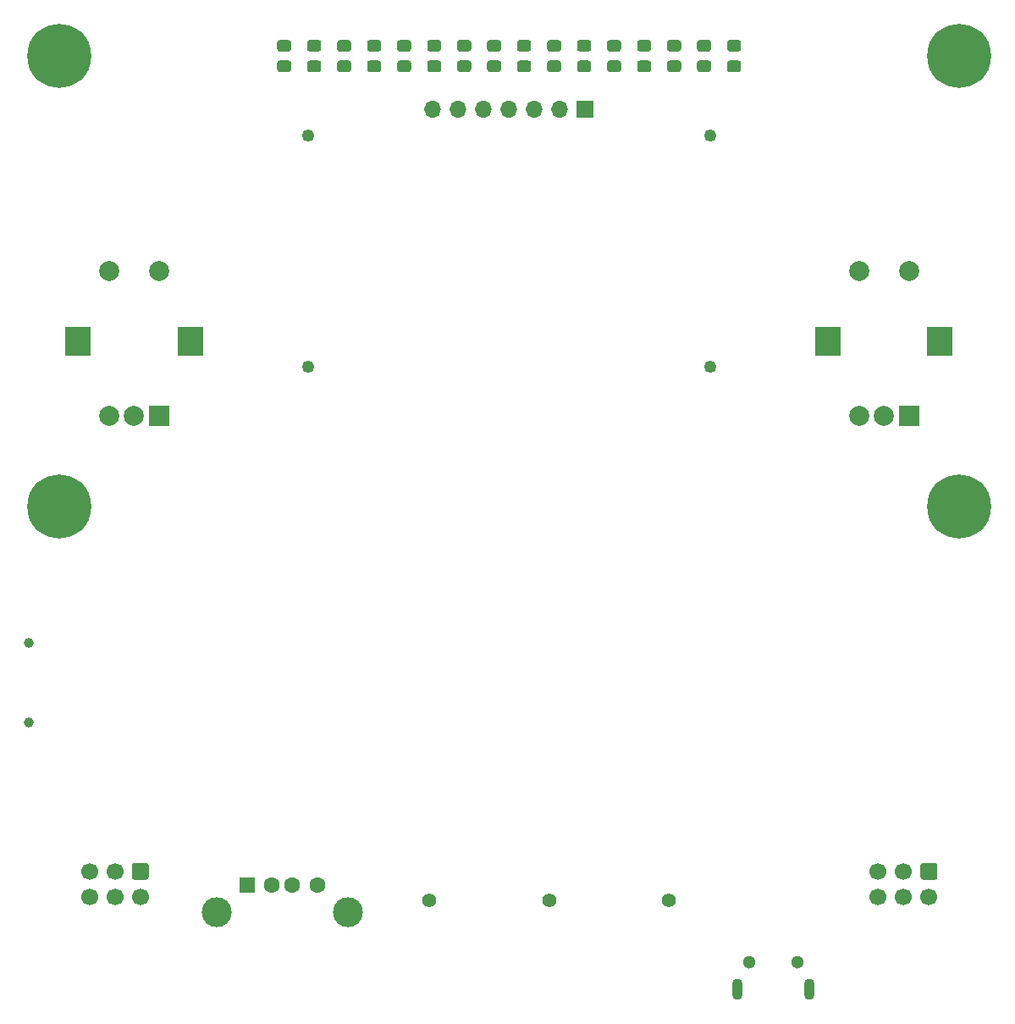
<source format=gbr>
%TF.GenerationSoftware,KiCad,Pcbnew,(5.1.8-0-10_14)*%
%TF.CreationDate,2021-11-08T19:43:21+01:00*%
%TF.ProjectId,KLST_SHEEP,4b4c5354-5f53-4484-9545-502e6b696361,0.1*%
%TF.SameCoordinates,Original*%
%TF.FileFunction,Soldermask,Bot*%
%TF.FilePolarity,Negative*%
%FSLAX46Y46*%
G04 Gerber Fmt 4.6, Leading zero omitted, Abs format (unit mm)*
G04 Created by KiCad (PCBNEW (5.1.8-0-10_14)) date 2021-11-08 19:43:21*
%MOMM*%
%LPD*%
G01*
G04 APERTURE LIST*
%ADD10C,1.250000*%
%ADD11R,1.700000X1.700000*%
%ADD12O,1.700000X1.700000*%
%ADD13C,1.700000*%
%ADD14C,1.400000*%
%ADD15C,1.300000*%
%ADD16O,1.070000X2.140000*%
%ADD17C,1.000000*%
%ADD18C,1.600000*%
%ADD19R,1.600000X1.500000*%
%ADD20C,3.000000*%
%ADD21C,2.000000*%
%ADD22R,2.500000X3.000000*%
%ADD23R,2.000000X2.000000*%
%ADD24C,6.400000*%
%ADD25C,0.800000*%
G04 APERTURE END LIST*
D10*
%TO.C,DS1*%
X150100000Y-86050000D03*
X109900000Y-86050000D03*
X109900000Y-62950000D03*
X150100000Y-62950000D03*
%TD*%
D11*
%TO.C,J8*%
X137600000Y-60300000D03*
D12*
X135060000Y-60300000D03*
X132520000Y-60300000D03*
X129980000Y-60300000D03*
X127440000Y-60300000D03*
X124900000Y-60300000D03*
X122360000Y-60300000D03*
%TD*%
%TO.C,D17*%
G36*
G01*
X152049999Y-55450000D02*
X152950001Y-55450000D01*
G75*
G02*
X153200000Y-55699999I0J-249999D01*
G01*
X153200000Y-56350001D01*
G75*
G02*
X152950001Y-56600000I-249999J0D01*
G01*
X152049999Y-56600000D01*
G75*
G02*
X151800000Y-56350001I0J249999D01*
G01*
X151800000Y-55699999D01*
G75*
G02*
X152049999Y-55450000I249999J0D01*
G01*
G37*
G36*
G01*
X152049999Y-53400000D02*
X152950001Y-53400000D01*
G75*
G02*
X153200000Y-53649999I0J-249999D01*
G01*
X153200000Y-54300001D01*
G75*
G02*
X152950001Y-54550000I-249999J0D01*
G01*
X152049999Y-54550000D01*
G75*
G02*
X151800000Y-54300001I0J249999D01*
G01*
X151800000Y-53649999D01*
G75*
G02*
X152049999Y-53400000I249999J0D01*
G01*
G37*
%TD*%
%TO.C,D16*%
G36*
G01*
X149049999Y-55450000D02*
X149950001Y-55450000D01*
G75*
G02*
X150200000Y-55699999I0J-249999D01*
G01*
X150200000Y-56350001D01*
G75*
G02*
X149950001Y-56600000I-249999J0D01*
G01*
X149049999Y-56600000D01*
G75*
G02*
X148800000Y-56350001I0J249999D01*
G01*
X148800000Y-55699999D01*
G75*
G02*
X149049999Y-55450000I249999J0D01*
G01*
G37*
G36*
G01*
X149049999Y-53400000D02*
X149950001Y-53400000D01*
G75*
G02*
X150200000Y-53649999I0J-249999D01*
G01*
X150200000Y-54300001D01*
G75*
G02*
X149950001Y-54550000I-249999J0D01*
G01*
X149049999Y-54550000D01*
G75*
G02*
X148800000Y-54300001I0J249999D01*
G01*
X148800000Y-53649999D01*
G75*
G02*
X149049999Y-53400000I249999J0D01*
G01*
G37*
%TD*%
%TO.C,D15*%
G36*
G01*
X146049999Y-55450000D02*
X146950001Y-55450000D01*
G75*
G02*
X147200000Y-55699999I0J-249999D01*
G01*
X147200000Y-56350001D01*
G75*
G02*
X146950001Y-56600000I-249999J0D01*
G01*
X146049999Y-56600000D01*
G75*
G02*
X145800000Y-56350001I0J249999D01*
G01*
X145800000Y-55699999D01*
G75*
G02*
X146049999Y-55450000I249999J0D01*
G01*
G37*
G36*
G01*
X146049999Y-53400000D02*
X146950001Y-53400000D01*
G75*
G02*
X147200000Y-53649999I0J-249999D01*
G01*
X147200000Y-54300001D01*
G75*
G02*
X146950001Y-54550000I-249999J0D01*
G01*
X146049999Y-54550000D01*
G75*
G02*
X145800000Y-54300001I0J249999D01*
G01*
X145800000Y-53649999D01*
G75*
G02*
X146049999Y-53400000I249999J0D01*
G01*
G37*
%TD*%
%TO.C,D14*%
G36*
G01*
X143049999Y-55450000D02*
X143950001Y-55450000D01*
G75*
G02*
X144200000Y-55699999I0J-249999D01*
G01*
X144200000Y-56350001D01*
G75*
G02*
X143950001Y-56600000I-249999J0D01*
G01*
X143049999Y-56600000D01*
G75*
G02*
X142800000Y-56350001I0J249999D01*
G01*
X142800000Y-55699999D01*
G75*
G02*
X143049999Y-55450000I249999J0D01*
G01*
G37*
G36*
G01*
X143049999Y-53400000D02*
X143950001Y-53400000D01*
G75*
G02*
X144200000Y-53649999I0J-249999D01*
G01*
X144200000Y-54300001D01*
G75*
G02*
X143950001Y-54550000I-249999J0D01*
G01*
X143049999Y-54550000D01*
G75*
G02*
X142800000Y-54300001I0J249999D01*
G01*
X142800000Y-53649999D01*
G75*
G02*
X143049999Y-53400000I249999J0D01*
G01*
G37*
%TD*%
%TO.C,D13*%
G36*
G01*
X140049999Y-55450000D02*
X140950001Y-55450000D01*
G75*
G02*
X141200000Y-55699999I0J-249999D01*
G01*
X141200000Y-56350001D01*
G75*
G02*
X140950001Y-56600000I-249999J0D01*
G01*
X140049999Y-56600000D01*
G75*
G02*
X139800000Y-56350001I0J249999D01*
G01*
X139800000Y-55699999D01*
G75*
G02*
X140049999Y-55450000I249999J0D01*
G01*
G37*
G36*
G01*
X140049999Y-53400000D02*
X140950001Y-53400000D01*
G75*
G02*
X141200000Y-53649999I0J-249999D01*
G01*
X141200000Y-54300001D01*
G75*
G02*
X140950001Y-54550000I-249999J0D01*
G01*
X140049999Y-54550000D01*
G75*
G02*
X139800000Y-54300001I0J249999D01*
G01*
X139800000Y-53649999D01*
G75*
G02*
X140049999Y-53400000I249999J0D01*
G01*
G37*
%TD*%
%TO.C,D12*%
G36*
G01*
X137049999Y-55450000D02*
X137950001Y-55450000D01*
G75*
G02*
X138200000Y-55699999I0J-249999D01*
G01*
X138200000Y-56350001D01*
G75*
G02*
X137950001Y-56600000I-249999J0D01*
G01*
X137049999Y-56600000D01*
G75*
G02*
X136800000Y-56350001I0J249999D01*
G01*
X136800000Y-55699999D01*
G75*
G02*
X137049999Y-55450000I249999J0D01*
G01*
G37*
G36*
G01*
X137049999Y-53400000D02*
X137950001Y-53400000D01*
G75*
G02*
X138200000Y-53649999I0J-249999D01*
G01*
X138200000Y-54300001D01*
G75*
G02*
X137950001Y-54550000I-249999J0D01*
G01*
X137049999Y-54550000D01*
G75*
G02*
X136800000Y-54300001I0J249999D01*
G01*
X136800000Y-53649999D01*
G75*
G02*
X137049999Y-53400000I249999J0D01*
G01*
G37*
%TD*%
%TO.C,D11*%
G36*
G01*
X134049999Y-55450000D02*
X134950001Y-55450000D01*
G75*
G02*
X135200000Y-55699999I0J-249999D01*
G01*
X135200000Y-56350001D01*
G75*
G02*
X134950001Y-56600000I-249999J0D01*
G01*
X134049999Y-56600000D01*
G75*
G02*
X133800000Y-56350001I0J249999D01*
G01*
X133800000Y-55699999D01*
G75*
G02*
X134049999Y-55450000I249999J0D01*
G01*
G37*
G36*
G01*
X134049999Y-53400000D02*
X134950001Y-53400000D01*
G75*
G02*
X135200000Y-53649999I0J-249999D01*
G01*
X135200000Y-54300001D01*
G75*
G02*
X134950001Y-54550000I-249999J0D01*
G01*
X134049999Y-54550000D01*
G75*
G02*
X133800000Y-54300001I0J249999D01*
G01*
X133800000Y-53649999D01*
G75*
G02*
X134049999Y-53400000I249999J0D01*
G01*
G37*
%TD*%
%TO.C,D10*%
G36*
G01*
X131049999Y-55450000D02*
X131950001Y-55450000D01*
G75*
G02*
X132200000Y-55699999I0J-249999D01*
G01*
X132200000Y-56350001D01*
G75*
G02*
X131950001Y-56600000I-249999J0D01*
G01*
X131049999Y-56600000D01*
G75*
G02*
X130800000Y-56350001I0J249999D01*
G01*
X130800000Y-55699999D01*
G75*
G02*
X131049999Y-55450000I249999J0D01*
G01*
G37*
G36*
G01*
X131049999Y-53400000D02*
X131950001Y-53400000D01*
G75*
G02*
X132200000Y-53649999I0J-249999D01*
G01*
X132200000Y-54300001D01*
G75*
G02*
X131950001Y-54550000I-249999J0D01*
G01*
X131049999Y-54550000D01*
G75*
G02*
X130800000Y-54300001I0J249999D01*
G01*
X130800000Y-53649999D01*
G75*
G02*
X131049999Y-53400000I249999J0D01*
G01*
G37*
%TD*%
%TO.C,D8*%
G36*
G01*
X128049999Y-55450000D02*
X128950001Y-55450000D01*
G75*
G02*
X129200000Y-55699999I0J-249999D01*
G01*
X129200000Y-56350001D01*
G75*
G02*
X128950001Y-56600000I-249999J0D01*
G01*
X128049999Y-56600000D01*
G75*
G02*
X127800000Y-56350001I0J249999D01*
G01*
X127800000Y-55699999D01*
G75*
G02*
X128049999Y-55450000I249999J0D01*
G01*
G37*
G36*
G01*
X128049999Y-53400000D02*
X128950001Y-53400000D01*
G75*
G02*
X129200000Y-53649999I0J-249999D01*
G01*
X129200000Y-54300001D01*
G75*
G02*
X128950001Y-54550000I-249999J0D01*
G01*
X128049999Y-54550000D01*
G75*
G02*
X127800000Y-54300001I0J249999D01*
G01*
X127800000Y-53649999D01*
G75*
G02*
X128049999Y-53400000I249999J0D01*
G01*
G37*
%TD*%
%TO.C,D7*%
G36*
G01*
X125049999Y-55450000D02*
X125950001Y-55450000D01*
G75*
G02*
X126200000Y-55699999I0J-249999D01*
G01*
X126200000Y-56350001D01*
G75*
G02*
X125950001Y-56600000I-249999J0D01*
G01*
X125049999Y-56600000D01*
G75*
G02*
X124800000Y-56350001I0J249999D01*
G01*
X124800000Y-55699999D01*
G75*
G02*
X125049999Y-55450000I249999J0D01*
G01*
G37*
G36*
G01*
X125049999Y-53400000D02*
X125950001Y-53400000D01*
G75*
G02*
X126200000Y-53649999I0J-249999D01*
G01*
X126200000Y-54300001D01*
G75*
G02*
X125950001Y-54550000I-249999J0D01*
G01*
X125049999Y-54550000D01*
G75*
G02*
X124800000Y-54300001I0J249999D01*
G01*
X124800000Y-53649999D01*
G75*
G02*
X125049999Y-53400000I249999J0D01*
G01*
G37*
%TD*%
%TO.C,D6*%
G36*
G01*
X122049999Y-55450000D02*
X122950001Y-55450000D01*
G75*
G02*
X123200000Y-55699999I0J-249999D01*
G01*
X123200000Y-56350001D01*
G75*
G02*
X122950001Y-56600000I-249999J0D01*
G01*
X122049999Y-56600000D01*
G75*
G02*
X121800000Y-56350001I0J249999D01*
G01*
X121800000Y-55699999D01*
G75*
G02*
X122049999Y-55450000I249999J0D01*
G01*
G37*
G36*
G01*
X122049999Y-53400000D02*
X122950001Y-53400000D01*
G75*
G02*
X123200000Y-53649999I0J-249999D01*
G01*
X123200000Y-54300001D01*
G75*
G02*
X122950001Y-54550000I-249999J0D01*
G01*
X122049999Y-54550000D01*
G75*
G02*
X121800000Y-54300001I0J249999D01*
G01*
X121800000Y-53649999D01*
G75*
G02*
X122049999Y-53400000I249999J0D01*
G01*
G37*
%TD*%
%TO.C,D5*%
G36*
G01*
X119049999Y-55450000D02*
X119950001Y-55450000D01*
G75*
G02*
X120200000Y-55699999I0J-249999D01*
G01*
X120200000Y-56350001D01*
G75*
G02*
X119950001Y-56600000I-249999J0D01*
G01*
X119049999Y-56600000D01*
G75*
G02*
X118800000Y-56350001I0J249999D01*
G01*
X118800000Y-55699999D01*
G75*
G02*
X119049999Y-55450000I249999J0D01*
G01*
G37*
G36*
G01*
X119049999Y-53400000D02*
X119950001Y-53400000D01*
G75*
G02*
X120200000Y-53649999I0J-249999D01*
G01*
X120200000Y-54300001D01*
G75*
G02*
X119950001Y-54550000I-249999J0D01*
G01*
X119049999Y-54550000D01*
G75*
G02*
X118800000Y-54300001I0J249999D01*
G01*
X118800000Y-53649999D01*
G75*
G02*
X119049999Y-53400000I249999J0D01*
G01*
G37*
%TD*%
%TO.C,D4*%
G36*
G01*
X116049999Y-55450000D02*
X116950001Y-55450000D01*
G75*
G02*
X117200000Y-55699999I0J-249999D01*
G01*
X117200000Y-56350001D01*
G75*
G02*
X116950001Y-56600000I-249999J0D01*
G01*
X116049999Y-56600000D01*
G75*
G02*
X115800000Y-56350001I0J249999D01*
G01*
X115800000Y-55699999D01*
G75*
G02*
X116049999Y-55450000I249999J0D01*
G01*
G37*
G36*
G01*
X116049999Y-53400000D02*
X116950001Y-53400000D01*
G75*
G02*
X117200000Y-53649999I0J-249999D01*
G01*
X117200000Y-54300001D01*
G75*
G02*
X116950001Y-54550000I-249999J0D01*
G01*
X116049999Y-54550000D01*
G75*
G02*
X115800000Y-54300001I0J249999D01*
G01*
X115800000Y-53649999D01*
G75*
G02*
X116049999Y-53400000I249999J0D01*
G01*
G37*
%TD*%
%TO.C,D3*%
G36*
G01*
X113049999Y-53400000D02*
X113950001Y-53400000D01*
G75*
G02*
X114200000Y-53649999I0J-249999D01*
G01*
X114200000Y-54300001D01*
G75*
G02*
X113950001Y-54550000I-249999J0D01*
G01*
X113049999Y-54550000D01*
G75*
G02*
X112800000Y-54300001I0J249999D01*
G01*
X112800000Y-53649999D01*
G75*
G02*
X113049999Y-53400000I249999J0D01*
G01*
G37*
G36*
G01*
X113049999Y-55450000D02*
X113950001Y-55450000D01*
G75*
G02*
X114200000Y-55699999I0J-249999D01*
G01*
X114200000Y-56350001D01*
G75*
G02*
X113950001Y-56600000I-249999J0D01*
G01*
X113049999Y-56600000D01*
G75*
G02*
X112800000Y-56350001I0J249999D01*
G01*
X112800000Y-55699999D01*
G75*
G02*
X113049999Y-55450000I249999J0D01*
G01*
G37*
%TD*%
%TO.C,D2*%
G36*
G01*
X110049999Y-53400000D02*
X110950001Y-53400000D01*
G75*
G02*
X111200000Y-53649999I0J-249999D01*
G01*
X111200000Y-54300001D01*
G75*
G02*
X110950001Y-54550000I-249999J0D01*
G01*
X110049999Y-54550000D01*
G75*
G02*
X109800000Y-54300001I0J249999D01*
G01*
X109800000Y-53649999D01*
G75*
G02*
X110049999Y-53400000I249999J0D01*
G01*
G37*
G36*
G01*
X110049999Y-55450000D02*
X110950001Y-55450000D01*
G75*
G02*
X111200000Y-55699999I0J-249999D01*
G01*
X111200000Y-56350001D01*
G75*
G02*
X110950001Y-56600000I-249999J0D01*
G01*
X110049999Y-56600000D01*
G75*
G02*
X109800000Y-56350001I0J249999D01*
G01*
X109800000Y-55699999D01*
G75*
G02*
X110049999Y-55450000I249999J0D01*
G01*
G37*
%TD*%
%TO.C,D1*%
G36*
G01*
X107049999Y-53400000D02*
X107950001Y-53400000D01*
G75*
G02*
X108200000Y-53649999I0J-249999D01*
G01*
X108200000Y-54300001D01*
G75*
G02*
X107950001Y-54550000I-249999J0D01*
G01*
X107049999Y-54550000D01*
G75*
G02*
X106800000Y-54300001I0J249999D01*
G01*
X106800000Y-53649999D01*
G75*
G02*
X107049999Y-53400000I249999J0D01*
G01*
G37*
G36*
G01*
X107049999Y-55450000D02*
X107950001Y-55450000D01*
G75*
G02*
X108200000Y-55699999I0J-249999D01*
G01*
X108200000Y-56350001D01*
G75*
G02*
X107950001Y-56600000I-249999J0D01*
G01*
X107049999Y-56600000D01*
G75*
G02*
X106800000Y-56350001I0J249999D01*
G01*
X106800000Y-55699999D01*
G75*
G02*
X107049999Y-55450000I249999J0D01*
G01*
G37*
%TD*%
%TO.C,J13*%
G36*
G01*
X171400000Y-135650000D02*
X172600000Y-135650000D01*
G75*
G02*
X172850000Y-135900000I0J-250000D01*
G01*
X172850000Y-137100000D01*
G75*
G02*
X172600000Y-137350000I-250000J0D01*
G01*
X171400000Y-137350000D01*
G75*
G02*
X171150000Y-137100000I0J250000D01*
G01*
X171150000Y-135900000D01*
G75*
G02*
X171400000Y-135650000I250000J0D01*
G01*
G37*
D13*
X169460000Y-136500000D03*
X166920000Y-136500000D03*
X172000000Y-139040000D03*
X169460000Y-139040000D03*
X166920000Y-139040000D03*
%TD*%
D14*
%TO.C,J10*%
X146000000Y-139400000D03*
%TD*%
%TO.C,J12*%
X122000000Y-139400000D03*
%TD*%
%TO.C,J11*%
X134000000Y-139400000D03*
%TD*%
%TO.C,J15*%
G36*
G01*
X92500000Y-135650000D02*
X93700000Y-135650000D01*
G75*
G02*
X93950000Y-135900000I0J-250000D01*
G01*
X93950000Y-137100000D01*
G75*
G02*
X93700000Y-137350000I-250000J0D01*
G01*
X92500000Y-137350000D01*
G75*
G02*
X92250000Y-137100000I0J250000D01*
G01*
X92250000Y-135900000D01*
G75*
G02*
X92500000Y-135650000I250000J0D01*
G01*
G37*
D13*
X90560000Y-136500000D03*
X88020000Y-136500000D03*
X93100000Y-139040000D03*
X90560000Y-139040000D03*
X88020000Y-139040000D03*
%TD*%
D15*
%TO.C,J5*%
X153975000Y-145600000D03*
X158825000Y-145600000D03*
D16*
X152800000Y-148250000D03*
X160000000Y-148250000D03*
%TD*%
D17*
%TO.C,J1*%
X82000000Y-121650000D03*
X82000000Y-113650000D03*
%TD*%
D18*
%TO.C,J3*%
X110800000Y-137900000D03*
X108300000Y-137900000D03*
X106300000Y-137900000D03*
D19*
X103800000Y-137900000D03*
D20*
X113870000Y-140610000D03*
X100730000Y-140610000D03*
%TD*%
D21*
%TO.C,SW4*%
X90000000Y-76500000D03*
X95000000Y-76500000D03*
D22*
X86900000Y-83500000D03*
X98100000Y-83500000D03*
D21*
X90000000Y-91000000D03*
X92500000Y-91000000D03*
D23*
X95000000Y-91000000D03*
%TD*%
D21*
%TO.C,SW3*%
X165000000Y-76500000D03*
X170000000Y-76500000D03*
D22*
X161900000Y-83500000D03*
X173100000Y-83500000D03*
D21*
X165000000Y-91000000D03*
X167500000Y-91000000D03*
D23*
X170000000Y-91000000D03*
%TD*%
D24*
%TO.C,H4*%
X175000000Y-100000000D03*
D25*
X177400000Y-100000000D03*
X176697056Y-101697056D03*
X175000000Y-102400000D03*
X173302944Y-101697056D03*
X172600000Y-100000000D03*
X173302944Y-98302944D03*
X175000000Y-97600000D03*
X176697056Y-98302944D03*
%TD*%
D24*
%TO.C,H3*%
X85000000Y-100000000D03*
D25*
X87400000Y-100000000D03*
X86697056Y-101697056D03*
X85000000Y-102400000D03*
X83302944Y-101697056D03*
X82600000Y-100000000D03*
X83302944Y-98302944D03*
X85000000Y-97600000D03*
X86697056Y-98302944D03*
%TD*%
D24*
%TO.C,H2*%
X175000000Y-55000000D03*
D25*
X177400000Y-55000000D03*
X176697056Y-56697056D03*
X175000000Y-57400000D03*
X173302944Y-56697056D03*
X172600000Y-55000000D03*
X173302944Y-53302944D03*
X175000000Y-52600000D03*
X176697056Y-53302944D03*
%TD*%
D24*
%TO.C,H1*%
X85000000Y-55000000D03*
D25*
X87400000Y-55000000D03*
X86697056Y-56697056D03*
X85000000Y-57400000D03*
X83302944Y-56697056D03*
X82600000Y-55000000D03*
X83302944Y-53302944D03*
X85000000Y-52600000D03*
X86697056Y-53302944D03*
%TD*%
M02*

</source>
